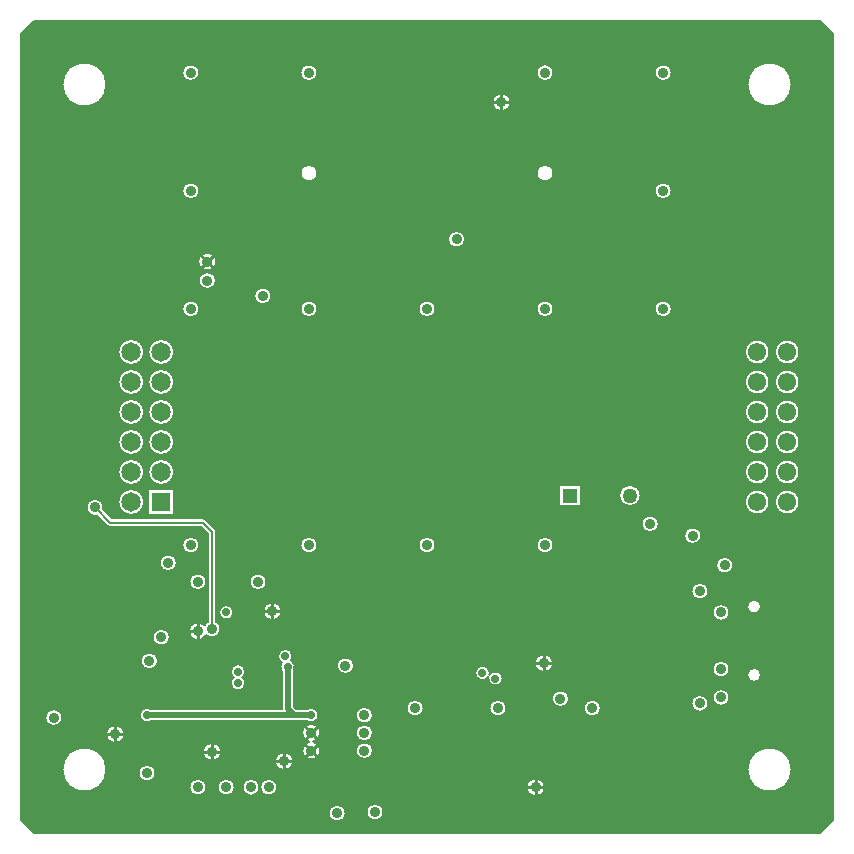
<source format=gbr>
G04 DesignSpark PCB PRO Gerber Version 10.0 Build 5299*
G04 #@! TF.Part,Single*
G04 #@! TF.FileFunction,Copper,L3,Inr*
G04 #@! TF.FilePolarity,Positive*
%FSLAX35Y35*%
%MOIN*%
G04 #@! TA.AperFunction,ComponentPad*
%ADD90R,0.05020X0.05020*%
%ADD72R,0.06496X0.06496*%
G04 #@! TD.AperFunction*
%ADD18C,0.00500*%
%ADD70C,0.00787*%
%ADD22C,0.01000*%
%ADD24C,0.01969*%
G04 #@! TA.AperFunction,ViaPad*
%ADD27C,0.02756*%
%ADD25C,0.03543*%
G04 #@! TA.AperFunction,ComponentPad*
%ADD91C,0.05020*%
%ADD29C,0.06102*%
%ADD73C,0.06496*%
G04 #@! TD.AperFunction*
X0Y0D02*
D02*
D18*
X14561Y269043D02*
Y7335D01*
X19002Y2894D01*
X280711D01*
X285152Y7335D01*
Y269043D01*
X280711Y273484D01*
X19002D01*
X14561Y269043D01*
X22638Y41339D02*
G75*
G02*
X28256I2809J0D01*
G01*
G75*
G02*
X22638I-2809J0D01*
G01*
X28346Y24016D02*
G75*
G02*
X43020I7337J0D01*
G01*
G75*
G02*
X28346I-7337J0D01*
G01*
Y252362D02*
G75*
G02*
X43020I7337J0D01*
G01*
G75*
G02*
X28346I-7337J0D01*
G01*
X79634Y73283D02*
G75*
G02*
X81012Y70866I-1431J-2417D01*
G01*
G75*
G02*
X76241Y68856I-2809J0D01*
G01*
G75*
G02*
X70457Y70079I-2763J1223D01*
G01*
G75*
G02*
X75695Y72132I3022J0D01*
G01*
G75*
G02*
X76772Y73283I2507J-1266D01*
G01*
Y102557D01*
X74460Y104868D01*
X44344D01*
G75*
G02*
X43331Y105289I0J1431D01*
G01*
X39924Y108696D01*
G75*
G02*
X36417Y111417I-697J2721D01*
G01*
G75*
G02*
X42035I2809J0D01*
G01*
G75*
G02*
X41948Y110720I-2809J0D01*
G01*
X44937Y107730D01*
X75053D01*
G75*
G02*
X76067Y107309I0J-1431D01*
G01*
X79213Y104163D01*
G75*
G02*
X79634Y103150I-1010J-1014D01*
G01*
Y73283D01*
X53740Y22835D02*
G75*
G02*
X59358I2809J0D01*
G01*
G75*
G02*
X53740I-2809J0D01*
G01*
X109952Y44148D02*
G75*
G02*
X113689Y42126I1322J-2022D01*
G01*
G75*
G02*
X109952Y40104I-2415J0D01*
G01*
X57871D01*
G75*
G02*
X54134Y42126I-1322J2022D01*
G01*
G75*
G02*
X57871Y44148I2415J0D01*
G01*
X101378D01*
Y56946D01*
G75*
G02*
X101450Y59694I2022J1322D01*
G01*
G75*
G02*
X100197Y61811I1162J2117D01*
G01*
G75*
G02*
X105028I2415J0D01*
G01*
G75*
G02*
X104562Y60385I-2415J0D01*
G01*
G75*
G02*
X105421Y56946I-1162J-2117D01*
G01*
Y44932D01*
X106206Y44148D01*
X109952D01*
X108252Y36220D02*
G75*
G02*
X114295I3022J0D01*
G01*
G75*
G02*
X111915Y33268I-3022J0D01*
G01*
G75*
G02*
X114295Y30315I-642J-2953D01*
G01*
G75*
G02*
X108252I-3022J0D01*
G01*
G75*
G02*
X110632Y33268I3022J0D01*
G01*
G75*
G02*
X108252Y36220I642J2953D01*
G01*
X70669Y18110D02*
G75*
G02*
X76287I2809J0D01*
G01*
G75*
G02*
X70669I-2809J0D01*
G01*
X75181Y29921D02*
G75*
G02*
X81224I3022J0D01*
G01*
G75*
G02*
X75181I-3022J0D01*
G01*
X80118Y18110D02*
G75*
G02*
X85736I2809J0D01*
G01*
G75*
G02*
X80118I-2809J0D01*
G01*
X88386D02*
G75*
G02*
X94004I2809J0D01*
G01*
G75*
G02*
X88386I-2809J0D01*
G01*
X94291D02*
G75*
G02*
X99909I2809J0D01*
G01*
G75*
G02*
X94291I-2809J0D01*
G01*
X99197Y26772D02*
G75*
G02*
X105240I3022J0D01*
G01*
G75*
G02*
X99197I-3022J0D01*
G01*
X54528Y60236D02*
G75*
G02*
X60146I2809J0D01*
G01*
G75*
G02*
X54528I-2809J0D01*
G01*
X58465Y68110D02*
G75*
G02*
X64083I2809J0D01*
G01*
G75*
G02*
X58465I-2809J0D01*
G01*
X60827Y92913D02*
G75*
G02*
X66445I2809J0D01*
G01*
G75*
G02*
X60827I-2809J0D01*
G01*
X68307Y98819D02*
G75*
G02*
X73925I2809J0D01*
G01*
G75*
G02*
X68307I-2809J0D01*
G01*
X70669Y86614D02*
G75*
G02*
X76287I2809J0D01*
G01*
G75*
G02*
X70669I-2809J0D01*
G01*
X42898Y35827D02*
G75*
G02*
X48941I3022J0D01*
G01*
G75*
G02*
X42898I-3022J0D01*
G01*
X46988Y113189D02*
G75*
G02*
X55559I4285J0D01*
G01*
G75*
G02*
X46988I-4285J0D01*
G01*
Y123189D02*
G75*
G02*
X55559I4285J0D01*
G01*
G75*
G02*
X46988I-4285J0D01*
G01*
Y133189D02*
G75*
G02*
X55559I4285J0D01*
G01*
G75*
G02*
X46988I-4285J0D01*
G01*
Y143189D02*
G75*
G02*
X55559I4285J0D01*
G01*
G75*
G02*
X46988I-4285J0D01*
G01*
Y153189D02*
G75*
G02*
X55559I4285J0D01*
G01*
G75*
G02*
X46988I-4285J0D01*
G01*
Y163189D02*
G75*
G02*
X55559I4285J0D01*
G01*
G75*
G02*
X46988I-4285J0D01*
G01*
X56988Y117474D02*
X65559D01*
Y108904D01*
X56988D01*
Y117474D01*
Y123189D02*
G75*
G02*
X65559I4285J0D01*
G01*
G75*
G02*
X56988I-4285J0D01*
G01*
Y133189D02*
G75*
G02*
X65559I4285J0D01*
G01*
G75*
G02*
X56988I-4285J0D01*
G01*
Y143189D02*
G75*
G02*
X65559I4285J0D01*
G01*
G75*
G02*
X56988I-4285J0D01*
G01*
Y153189D02*
G75*
G02*
X65559I4285J0D01*
G01*
G75*
G02*
X56988I-4285J0D01*
G01*
Y163189D02*
G75*
G02*
X65559I4285J0D01*
G01*
G75*
G02*
X56988I-4285J0D01*
G01*
X68307Y177559D02*
G75*
G02*
X73925I2809J0D01*
G01*
G75*
G02*
X68307I-2809J0D01*
G01*
Y216929D02*
G75*
G02*
X73925I2809J0D01*
G01*
G75*
G02*
X68307I-2809J0D01*
G01*
X73606Y193307D02*
G75*
G02*
X79650I3022J0D01*
G01*
G75*
G02*
X73606I-3022J0D01*
G01*
X73819Y187008D02*
G75*
G02*
X79437I2809J0D01*
G01*
G75*
G02*
X73819I-2809J0D01*
G01*
X68307Y256299D02*
G75*
G02*
X73925I2809J0D01*
G01*
G75*
G02*
X68307I-2809J0D01*
G01*
X80512Y76378D02*
G75*
G02*
X85343I2415J0D01*
G01*
G75*
G02*
X80512I-2415J0D01*
G01*
X84449Y56693D02*
G75*
G02*
X89280I2415J0D01*
G01*
G75*
G02*
X88264Y54724I-2415J0D01*
G01*
G75*
G02*
X89280Y52756I-1400J-1969D01*
G01*
G75*
G02*
X84449I-2415J0D01*
G01*
G75*
G02*
X85465Y54724I2415J0D01*
G01*
G75*
G02*
X84449Y56693I1400J1969D01*
G01*
X90748Y86614D02*
G75*
G02*
X96366I2809J0D01*
G01*
G75*
G02*
X90748I-2809J0D01*
G01*
X95260Y76772D02*
G75*
G02*
X101303I3022J0D01*
G01*
G75*
G02*
X95260I-3022J0D01*
G01*
X92323Y181890D02*
G75*
G02*
X97941I2809J0D01*
G01*
G75*
G02*
X92323I-2809J0D01*
G01*
X107677Y98819D02*
G75*
G02*
X113295I2809J0D01*
G01*
G75*
G02*
X107677I-2809J0D01*
G01*
Y177559D02*
G75*
G02*
X113295I2809J0D01*
G01*
G75*
G02*
X107677I-2809J0D01*
G01*
Y222835D02*
G75*
G02*
X113295I2809J0D01*
G01*
G75*
G02*
X107677I-2809J0D01*
G01*
Y256299D02*
G75*
G02*
X113295I2809J0D01*
G01*
G75*
G02*
X107677I-2809J0D01*
G01*
X117126Y9449D02*
G75*
G02*
X122744I2809J0D01*
G01*
G75*
G02*
X117126I-2809J0D01*
G01*
X119882Y58661D02*
G75*
G02*
X125500I2809J0D01*
G01*
G75*
G02*
X119882I-2809J0D01*
G01*
X126181Y30315D02*
G75*
G02*
X131799I2809J0D01*
G01*
G75*
G02*
X126181I-2809J0D01*
G01*
X129724Y9843D02*
G75*
G02*
X135343I2809J0D01*
G01*
G75*
G02*
X129724I-2809J0D01*
G01*
X126181Y36220D02*
G75*
G02*
X131799I2809J0D01*
G01*
G75*
G02*
X126181I-2809J0D01*
G01*
Y42126D02*
G75*
G02*
X131799I2809J0D01*
G01*
G75*
G02*
X126181I-2809J0D01*
G01*
X143110Y44488D02*
G75*
G02*
X148728I2809J0D01*
G01*
G75*
G02*
X143110I-2809J0D01*
G01*
X147047Y98819D02*
G75*
G02*
X152665I2809J0D01*
G01*
G75*
G02*
X147047I-2809J0D01*
G01*
Y177559D02*
G75*
G02*
X152665I2809J0D01*
G01*
G75*
G02*
X147047I-2809J0D01*
G01*
X156890Y200787D02*
G75*
G02*
X162508I2809J0D01*
G01*
G75*
G02*
X156890I-2809J0D01*
G01*
X170699Y55697D02*
G75*
G02*
X175106Y54331I1992J-1367D01*
G01*
G75*
G02*
X170276I-2415J0D01*
G01*
G75*
G02*
X170352Y54933I2416J-1D01*
G01*
G75*
G02*
X165945Y56299I-1992J1367D01*
G01*
G75*
G02*
X170776I2415J0D01*
G01*
G75*
G02*
X170699Y55697I-2416J1D01*
G01*
X170669Y44488D02*
G75*
G02*
X176287I2809J0D01*
G01*
G75*
G02*
X170669I-2809J0D01*
G01*
X171638Y246457D02*
G75*
G02*
X177681I3022J0D01*
G01*
G75*
G02*
X171638I-3022J0D01*
G01*
X183055Y18110D02*
G75*
G02*
X189098I3022J0D01*
G01*
G75*
G02*
X183055I-3022J0D01*
G01*
X185811Y59449D02*
G75*
G02*
X191854I3022J0D01*
G01*
G75*
G02*
X185811I-3022J0D01*
G01*
X191535Y47638D02*
G75*
G02*
X197154I2809J0D01*
G01*
G75*
G02*
X191535I-2809J0D01*
G01*
X186417Y98819D02*
G75*
G02*
X192035I2809J0D01*
G01*
G75*
G02*
X186417I-2809J0D01*
G01*
Y177559D02*
G75*
G02*
X192035I2809J0D01*
G01*
G75*
G02*
X186417I-2809J0D01*
G01*
Y222835D02*
G75*
G02*
X192035I2809J0D01*
G01*
G75*
G02*
X186417I-2809J0D01*
G01*
Y256299D02*
G75*
G02*
X192035I2809J0D01*
G01*
G75*
G02*
X186417I-2809J0D01*
G01*
X193947Y118902D02*
X201041D01*
Y111807D01*
X193947D01*
Y118902D01*
X202165Y44488D02*
G75*
G02*
X207783I2809J0D01*
G01*
G75*
G02*
X202165I-2809J0D01*
G01*
X213947Y115354D02*
G75*
G02*
X221041I3547J0D01*
G01*
G75*
G02*
X213947I-3547J0D01*
G01*
X221457Y105906D02*
G75*
G02*
X227075I2809J0D01*
G01*
G75*
G02*
X221457I-2809J0D01*
G01*
X225787Y177559D02*
G75*
G02*
X231406I2809J0D01*
G01*
G75*
G02*
X225787I-2809J0D01*
G01*
Y216929D02*
G75*
G02*
X231406I2809J0D01*
G01*
G75*
G02*
X225787I-2809J0D01*
G01*
Y256299D02*
G75*
G02*
X231406I2809J0D01*
G01*
G75*
G02*
X225787I-2809J0D01*
G01*
X235630Y101969D02*
G75*
G02*
X241248I2809J0D01*
G01*
G75*
G02*
X235630I-2809J0D01*
G01*
X237992Y46063D02*
G75*
G02*
X243610I2809J0D01*
G01*
G75*
G02*
X237992I-2809J0D01*
G01*
Y83465D02*
G75*
G02*
X243610I2809J0D01*
G01*
G75*
G02*
X237992I-2809J0D01*
G01*
X245079Y48031D02*
G75*
G02*
X250697I2809J0D01*
G01*
G75*
G02*
X245079I-2809J0D01*
G01*
Y57480D02*
G75*
G02*
X250697I2809J0D01*
G01*
G75*
G02*
X245079I-2809J0D01*
G01*
Y76378D02*
G75*
G02*
X250697I2809J0D01*
G01*
G75*
G02*
X245079I-2809J0D01*
G01*
X246260Y92126D02*
G75*
G02*
X251878I2809J0D01*
G01*
G75*
G02*
X246260I-2809J0D01*
G01*
X255846Y113189D02*
G75*
G02*
X264024I4089J0D01*
G01*
G75*
G02*
X255846I-4089J0D01*
G01*
X256583Y55551D02*
G75*
G02*
X261217I2317J0D01*
G01*
G75*
G02*
X256583I-2317J0D01*
G01*
X256693Y24016D02*
G75*
G02*
X271366I7337J0D01*
G01*
G75*
G02*
X256693I-7337J0D01*
G01*
X256583Y78307D02*
G75*
G02*
X261217I2317J0D01*
G01*
G75*
G02*
X256583I-2317J0D01*
G01*
X255846Y123189D02*
G75*
G02*
X264024I4089J0D01*
G01*
G75*
G02*
X255846I-4089J0D01*
G01*
Y133189D02*
G75*
G02*
X264024I4089J0D01*
G01*
G75*
G02*
X255846I-4089J0D01*
G01*
Y143189D02*
G75*
G02*
X264024I4089J0D01*
G01*
G75*
G02*
X255846I-4089J0D01*
G01*
Y153189D02*
G75*
G02*
X264024I4089J0D01*
G01*
G75*
G02*
X255846I-4089J0D01*
G01*
Y163189D02*
G75*
G02*
X264024I4089J0D01*
G01*
G75*
G02*
X255846I-4089J0D01*
G01*
X256693Y252362D02*
G75*
G02*
X271366I7337J0D01*
G01*
G75*
G02*
X256693I-7337J0D01*
G01*
X265846Y113189D02*
G75*
G02*
X274024I4089J0D01*
G01*
G75*
G02*
X265846I-4089J0D01*
G01*
Y123189D02*
G75*
G02*
X274024I4089J0D01*
G01*
G75*
G02*
X265846I-4089J0D01*
G01*
Y133189D02*
G75*
G02*
X274024I4089J0D01*
G01*
G75*
G02*
X265846I-4089J0D01*
G01*
Y143189D02*
G75*
G02*
X274024I4089J0D01*
G01*
G75*
G02*
X265846I-4089J0D01*
G01*
Y153189D02*
G75*
G02*
X274024I4089J0D01*
G01*
G75*
G02*
X265846I-4089J0D01*
G01*
Y163189D02*
G75*
G02*
X274024I4089J0D01*
G01*
G75*
G02*
X265846I-4089J0D01*
G01*
X14811Y9449D02*
G36*
X14811Y9449D02*
Y7085D01*
X18752Y3144D01*
X280961D01*
X284902Y7085D01*
Y9449D01*
X135315D01*
G75*
G02*
X129752I-2781J394D01*
G01*
X122744D01*
G75*
G02*
X117126I-2809J0D01*
G01*
X14811D01*
G37*
Y18110D02*
G36*
X14811Y18110D02*
Y9449D01*
X117126D01*
G75*
G02*
X122744I2809J0D01*
G01*
X129752D01*
G75*
G02*
X129724Y9843I2781J393D01*
G01*
G75*
G02*
X135343I2809J0D01*
G01*
G75*
G02*
X135315Y9449I-2809J-1D01*
G01*
X284902D01*
Y18110D01*
X268383D01*
G75*
G02*
X259676I-4353J5906D01*
G01*
X189098D01*
G75*
G02*
X183055I-3022J0D01*
G01*
X99909D01*
G75*
G02*
X94291I-2809J0D01*
G01*
X94004D01*
G75*
G02*
X88386I-2809J0D01*
G01*
X85736D01*
G75*
G02*
X80118I-2809J0D01*
G01*
X76287D01*
G75*
G02*
X70669I-2809J0D01*
G01*
X40036D01*
G75*
G02*
X31330I-4353J5906D01*
G01*
X14811D01*
G37*
Y24016D02*
G36*
X14811Y24016D02*
Y18110D01*
X31330D01*
G75*
G02*
X28346Y24016I4353J5906D01*
G01*
X14811D01*
G37*
X43020D02*
G36*
X43020Y24016D02*
G75*
G02*
X40036Y18110I-7337J0D01*
G01*
X70669D01*
G75*
G02*
X76287I2809J0D01*
G01*
X80118D01*
G75*
G02*
X85736I2809J0D01*
G01*
X88386D01*
G75*
G02*
X94004I2809J0D01*
G01*
X94291D01*
G75*
G02*
X99909I2809J0D01*
G01*
X183055D01*
G75*
G02*
X189098I3022J0D01*
G01*
X259676D01*
G75*
G02*
X256693Y24016I4353J5906D01*
G01*
X103457D01*
G75*
G02*
X100980I-1239J2756D01*
G01*
X59098D01*
G75*
G02*
X59358Y22835I-2549J-1181D01*
G01*
G75*
G02*
X53740I-2809J0D01*
G01*
G75*
G02*
X54000Y24016I2809J0D01*
G01*
X43020D01*
G37*
X271366D02*
G36*
X271366Y24016D02*
G75*
G02*
X268383Y18110I-7337J0D01*
G01*
X284902D01*
Y24016D01*
X271366D01*
G37*
X14811Y29921D02*
G36*
X14811Y29921D02*
Y24016D01*
X28346D01*
G75*
G02*
X31330Y29921I7337J0D01*
G01*
X14811D01*
G37*
X40036D02*
G36*
X40036Y29921D02*
G75*
G02*
X43020Y24016I-4353J-5906D01*
G01*
X54000D01*
G75*
G02*
X59098I2549J-1181D01*
G01*
X100980D01*
G75*
G02*
X99197Y26772I1239J2756D01*
G01*
G75*
G02*
X105240I3022J0D01*
G01*
G75*
G02*
X103457Y24016I-3022J0D01*
G01*
X256693D01*
G75*
G02*
X259676Y29921I7337J0D01*
G01*
X131772D01*
G75*
G02*
X126209I-2781J394D01*
G01*
X114270D01*
G75*
G02*
X108278I-2996J394D01*
G01*
X81224D01*
G75*
G02*
X75181I-3022J0D01*
G01*
X40036D01*
G37*
X268383D02*
G36*
X268383Y29921D02*
G75*
G02*
X271366Y24016I-4353J-5906D01*
G01*
X284902D01*
Y29921D01*
X268383D01*
G37*
X14811Y33268D02*
G36*
X14811Y33268D02*
Y29921D01*
X31330D01*
G75*
G02*
X40036I4353J-5906D01*
G01*
X75181D01*
G75*
G02*
X81224I3022J0D01*
G01*
X108278D01*
G75*
G02*
X108252Y30315I2996J393D01*
G01*
G75*
G02*
X110632Y33268I3022J0D01*
G01*
X47526D01*
G75*
G02*
X44313I-1607J2559D01*
G01*
X14811D01*
G37*
X114295Y30315D02*
G36*
X114295Y30315D02*
G75*
G02*
X114270Y29921I-3022J-1D01*
G01*
X126209D01*
G75*
G02*
X126181Y30315I2781J393D01*
G01*
G75*
G02*
X131799I2809J0D01*
G01*
G75*
G02*
X131772Y29921I-2809J-1D01*
G01*
X259676D01*
G75*
G02*
X268383I4353J-5906D01*
G01*
X284902D01*
Y33268D01*
X111915D01*
G75*
G02*
X114295Y30316I-641J-2952D01*
G01*
G75*
G02*
Y30315I-3470J0D01*
G01*
G37*
X14811Y36220D02*
G36*
X14811Y36220D02*
Y33268D01*
X44313D01*
G75*
G02*
X42898Y35827I1607J2559D01*
G01*
G75*
G02*
X42923Y36220I3022J1D01*
G01*
X14811D01*
G37*
X48941Y35827D02*
G36*
X48941Y35827D02*
G75*
G02*
X47526Y33268I-3022J0D01*
G01*
X110632D01*
G75*
G02*
X108252Y36220I641J2952D01*
G01*
X48915Y36220D01*
G75*
G02*
X48941Y35827I-2996J-393D01*
G01*
G37*
X114295Y36220D02*
G36*
X114295Y36220D02*
G75*
G02*
X111915Y33268I-3022J0D01*
G01*
X284902D01*
Y36220D01*
X131799D01*
G75*
G02*
X126181I-2809J0D01*
G01*
X114295D01*
G37*
X14811Y41339D02*
G36*
X14811Y41339D02*
Y36220D01*
X42923D01*
G75*
G02*
X48915I2996J-394D01*
G01*
X108252D01*
G75*
G02*
X114295I3022J0D01*
G01*
X126181D01*
G75*
G02*
X131799I2809J0D01*
G01*
X284902D01*
Y41339D01*
X131687D01*
G75*
G02*
X126294I-2696J787D01*
G01*
X113557D01*
G75*
G02*
X109952Y40104I-2283J787D01*
G01*
X57871D01*
G75*
G02*
X54266Y41339I-1322J2022D01*
G01*
X28256D01*
G75*
G02*
X22638I-2809J0D01*
G01*
X14811D01*
G37*
Y44488D02*
G36*
X14811Y44488D02*
Y41339D01*
X22638D01*
G75*
G02*
X28256I2809J0D01*
G01*
X54266D01*
G75*
G02*
X54134Y42126I2283J787D01*
G01*
G75*
G02*
X56045Y44488I2415J0D01*
G01*
X14811D01*
G37*
X57053D02*
G36*
X57053Y44488D02*
G75*
G02*
X57871Y44148I-504J-2362D01*
G01*
X101378D01*
Y44488D01*
X57053D01*
G37*
X105865D02*
G36*
X105865Y44488D02*
X106206Y44148D01*
X109952D01*
G75*
G02*
X110770Y44488I1322J-2021D01*
G01*
X105865D01*
G37*
X113689Y42126D02*
G36*
X113689Y42126D02*
G75*
G02*
X113557Y41339I-2415J0D01*
G01*
X126294D01*
G75*
G02*
X126181Y42126I2696J787D01*
G01*
G75*
G02*
X127470Y44488I2809J0D01*
G01*
X111778D01*
G75*
G02*
X113689Y42126I-504J-2362D01*
G01*
G37*
X131799D02*
G36*
X131799Y42126D02*
G75*
G02*
X131687Y41339I-2809J0D01*
G01*
X284902D01*
Y44488D01*
X243127D01*
G75*
G02*
X238475I-2326J1575D01*
G01*
X207783D01*
G75*
G02*
X202165I-2809J0D01*
G01*
X176287D01*
G75*
G02*
X170669I-2809J0D01*
G01*
X148728D01*
G75*
G02*
X143110I-2809J0D01*
G01*
X130510D01*
G75*
G02*
X131799Y42126I-1520J-2362D01*
G01*
G37*
X14811Y47638D02*
G36*
X14811Y47638D02*
Y44488D01*
X56045D01*
G75*
G02*
X57053I504J-2363D01*
G01*
X101378D01*
Y47638D01*
X14811D01*
G37*
X105421D02*
G36*
X105421Y47638D02*
Y44932D01*
X105865Y44488D01*
X110770D01*
G75*
G02*
X111778I504J-2363D01*
G01*
X127470D01*
G75*
G02*
X130510I1520J-2362D01*
G01*
X143110D01*
G75*
G02*
X148728I2809J0D01*
G01*
X170669D01*
G75*
G02*
X176287I2809J0D01*
G01*
X202165D01*
G75*
G02*
X207783I2809J0D01*
G01*
X238475D01*
G75*
G02*
X237992Y46063I2326J1575D01*
G01*
G75*
G02*
X238475Y47638I2809J0D01*
G01*
X197154D01*
G75*
G02*
X191535I-2809J0D01*
G01*
X105421D01*
G37*
X243610Y46063D02*
G36*
X243610Y46063D02*
G75*
G02*
X243127Y44488I-2809J0D01*
G01*
X284902D01*
Y47638D01*
X250669D01*
G75*
G02*
X245106I-2781J394D01*
G01*
X243127D01*
G75*
G02*
X243610Y46063I-2326J-1575D01*
G01*
G37*
X14811Y54724D02*
G36*
X14811Y54724D02*
Y47638D01*
X101378D01*
Y54724D01*
X88264D01*
G75*
G02*
X89280Y52756I-1400J-1969D01*
G01*
G75*
G02*
X84449I-2415J0D01*
G01*
G75*
G02*
X85465Y54724I2416J0D01*
G01*
X14811D01*
G37*
X105421D02*
G36*
X105421Y54724D02*
Y47638D01*
X191535D01*
G75*
G02*
X197154I2809J0D01*
G01*
X238475D01*
G75*
G02*
X243127I2326J-1575D01*
G01*
X245106D01*
G75*
G02*
X245079Y48031I2781J393D01*
G01*
G75*
G02*
X250697I2809J0D01*
G01*
G75*
G02*
X250669Y47638I-2809J-1D01*
G01*
X284902D01*
Y54724D01*
X261064D01*
G75*
G02*
X256735I-2165J827D01*
G01*
X248431D01*
G75*
G02*
X247344I-544J2755D01*
G01*
X175074D01*
G75*
G02*
X175106Y54331I-2383J-394D01*
G01*
G75*
G02*
X170276I-2415J0D01*
G01*
G75*
G02*
X170308Y54724I2423J0D01*
G01*
X170192D01*
G75*
G02*
X166529I-1831J1575D01*
G01*
X105421D01*
G37*
X14811Y57480D02*
G36*
X14811Y57480D02*
Y54724D01*
X85465D01*
G75*
G02*
X84449Y56693I1400J1969D01*
G01*
G75*
G02*
X84581Y57480I2415J0D01*
G01*
X57880D01*
G75*
G02*
X56793I-544J2755D01*
G01*
X14811D01*
G37*
X89280Y56693D02*
G36*
X89280Y56693D02*
G75*
G02*
X88264Y54724I-2416J0D01*
G01*
X101378D01*
Y56946D01*
G75*
G02*
X101116Y57480I2022J1322D01*
G01*
X89148D01*
G75*
G02*
X89280Y56693I-2283J-787D01*
G01*
G37*
X105421Y56946D02*
G36*
X105421Y56946D02*
Y54724D01*
X166529D01*
G75*
G02*
X165945Y56299I1831J1575D01*
G01*
G75*
G02*
X166254Y57480I2415J0D01*
G01*
X125240D01*
G75*
G02*
X120142I-2549J1181D01*
G01*
X105683D01*
G75*
G02*
X105421Y56946I-2283J788D01*
G01*
G37*
X170192Y54724D02*
G36*
X170192Y54724D02*
X170308D01*
G75*
G02*
X170352Y54933I2391J-397D01*
G01*
G75*
G02*
X170192Y54724I-1992J1367D01*
G01*
G37*
X170776Y56299D02*
G36*
X170776Y56299D02*
G75*
G02*
X170699Y55697I-2423J2D01*
G01*
G75*
G02*
X175074Y54724I1992J-1367D01*
G01*
X247344D01*
G75*
G02*
X245079Y57480I544J2756D01*
G01*
X191125D01*
G75*
G02*
X186540I-2293J1969D01*
G01*
X170467D01*
G75*
G02*
X170776Y56299I-2107J-1181D01*
G01*
G37*
X250697Y57480D02*
G36*
X250697Y57480D02*
G75*
G02*
X248431Y54724I-2809J0D01*
G01*
X256735D01*
G75*
G02*
X256583Y55551I2165J826D01*
G01*
G75*
G02*
X257617Y57480I2317J0D01*
G01*
X250697D01*
G37*
X261217Y55551D02*
G36*
X261217Y55551D02*
G75*
G02*
X261064Y54724I-2317J0D01*
G01*
X284902D01*
Y57480D01*
X260183D01*
G75*
G02*
X261217Y55551I-1283J-1929D01*
G01*
G37*
X14811Y60236D02*
G36*
X14811Y60236D02*
Y57480D01*
X56793D01*
G75*
G02*
X54528Y60236I544J2756D01*
G01*
X14811D01*
G37*
X60146D02*
G36*
X60146Y60236D02*
G75*
G02*
X57880Y57480I-2809J0D01*
G01*
X84581D01*
G75*
G02*
X89148I2283J-787D01*
G01*
X101116D01*
G75*
G02*
X100984Y58268I2283J787D01*
G01*
G75*
G02*
X101450Y59694I2415J0D01*
G01*
G75*
G02*
X100781Y60236I1161J2117D01*
G01*
X60146D01*
G37*
X105815Y58268D02*
G36*
X105815Y58268D02*
G75*
G02*
X105683Y57480I-2415J0D01*
G01*
X120142D01*
G75*
G02*
X119882Y58661I2549J1181D01*
G01*
G75*
G02*
X120365Y60236I2809J0D01*
G01*
X104799D01*
G75*
G02*
X105815Y58268I-1400J-1969D01*
G01*
G37*
X125500Y58661D02*
G36*
X125500Y58661D02*
G75*
G02*
X125240Y57480I-2809J0D01*
G01*
X166254D01*
G75*
G02*
X170467I2107J-1181D01*
G01*
X186540D01*
G75*
G02*
X185811Y59449I2293J1969D01*
G01*
G75*
G02*
X185915Y60236I3022J0D01*
G01*
X125017D01*
G75*
G02*
X125500Y58661I-2326J-1575D01*
G01*
G37*
X191854Y59449D02*
G36*
X191854Y59449D02*
G75*
G02*
X191125Y57480I-3022J0D01*
G01*
X245079D01*
G75*
G02*
X247344Y60236I2809J0D01*
G01*
X191750D01*
G75*
G02*
X191854Y59449I-2917J-787D01*
G01*
G37*
X248431Y60236D02*
G36*
X248431Y60236D02*
G75*
G02*
X250697Y57480I-544J-2756D01*
G01*
X257617D01*
G75*
G02*
X260183I1283J-1929D01*
G01*
X284902D01*
Y60236D01*
X248431D01*
G37*
X14811Y68110D02*
G36*
X14811Y68110D02*
Y60236D01*
X54528D01*
G75*
G02*
X60146I2809J0D01*
G01*
X100781D01*
G75*
G02*
X100197Y61810I1830J1574D01*
G01*
G75*
G02*
Y61811I2820J0D01*
G01*
G75*
G02*
X105028I2415J0D01*
G01*
Y61811D01*
G75*
G02*
X104562Y60385I-2415J0D01*
G01*
G75*
G02*
X104799Y60236I-1162J-2118D01*
G01*
X120365D01*
G75*
G02*
X125017I2326J-1575D01*
G01*
X185915D01*
G75*
G02*
X191750I2917J-787D01*
G01*
X247344D01*
G75*
G02*
X248431I544J-2755D01*
G01*
X284902D01*
Y68110D01*
X78745D01*
G75*
G02*
X77661I-542J2756D01*
G01*
X75771D01*
G75*
G02*
X71186I-2293J1969D01*
G01*
X64083D01*
G75*
G02*
X58465I-2809J0D01*
G01*
X14811D01*
G37*
Y76378D02*
G36*
X14811Y76378D02*
Y68110D01*
X58465D01*
G75*
G02*
X64083I2809J0D01*
G01*
X71186D01*
G75*
G02*
X70457Y70079I2293J1969D01*
G01*
G75*
G02*
X75695Y72132I3022J0D01*
G01*
G75*
G02*
X76772Y73283I2507J-1266D01*
G01*
Y76378D01*
X14811D01*
G37*
X76241Y68856D02*
G36*
X76241Y68856D02*
G75*
G02*
X75771Y68110I-2763J1223D01*
G01*
X77661D01*
G75*
G02*
X76241Y68856I542J2756D01*
G01*
G37*
X79634Y76378D02*
G36*
X79634Y76378D02*
Y73283D01*
G75*
G02*
X81012Y70867I-1430J-2417D01*
G01*
G75*
G02*
Y70866I-3007J0D01*
G01*
G75*
G02*
X78745Y68110I-2809J0D01*
G01*
X284902D01*
Y76378D01*
X260183D01*
G75*
G02*
X257617I-1283J1929D01*
G01*
X250697D01*
G75*
G02*
X245079I-2809J0D01*
G01*
X101278D01*
G75*
G02*
X95285I-2996J394D01*
G01*
X85343D01*
G75*
G02*
X80512I-2415J0D01*
G01*
X79634D01*
G37*
X14811Y83465D02*
G36*
X14811Y83465D02*
Y76378D01*
X76772D01*
Y83465D01*
X14811D01*
G37*
X79634D02*
G36*
X79634Y83465D02*
Y76378D01*
X80512D01*
G75*
G02*
X85343I2415J0D01*
G01*
X95285D01*
G75*
G02*
X95260Y76772I2996J393D01*
G01*
G75*
G02*
X101303I3022J0D01*
G01*
G75*
G02*
X101278Y76378I-3022J-1D01*
G01*
X245079D01*
G75*
G02*
X250697I2809J0D01*
G01*
X257617D01*
G75*
G02*
X256583Y78307I1283J1929D01*
G01*
G75*
G02*
X261217I2317J0D01*
G01*
G75*
G02*
X260183Y76378I-2317J0D01*
G01*
X284902D01*
Y83465D01*
X243610D01*
G75*
G02*
X237992I-2809J0D01*
G01*
X79634D01*
G37*
X14811Y86614D02*
G36*
X14811Y86614D02*
Y83465D01*
X76772D01*
Y86614D01*
X76287D01*
G75*
G02*
X70669I-2809J0D01*
G01*
X14811D01*
G37*
X79634D02*
G36*
X79634Y86614D02*
Y83465D01*
X237992D01*
G75*
G02*
X243610I2809J0D01*
G01*
X284902D01*
Y86614D01*
X96366D01*
G75*
G02*
X90748I-2809J0D01*
G01*
X79634D01*
G37*
X14811Y90642D02*
G36*
X14811Y90642D02*
Y86614D01*
X70669D01*
G75*
G02*
X76287I2809J0D01*
G01*
X76772D01*
Y90642D01*
X65288D01*
G75*
G02*
X61983I-1652J2272D01*
G01*
X14811D01*
G37*
X79634D02*
G36*
X79634Y90642D02*
Y86614D01*
X90748D01*
G75*
G02*
X96366I2809J0D01*
G01*
X284902D01*
Y90642D01*
X251454D01*
G75*
G02*
X246684I-2385J1484D01*
G01*
X79634D01*
G37*
X14811Y98819D02*
G36*
X14811Y98819D02*
Y90642D01*
X61983D01*
G75*
G02*
X60827Y92913I1652J2272D01*
G01*
G75*
G02*
X66445I2809J0D01*
G01*
G75*
G02*
X65288Y90642I-2809J0D01*
G01*
X76772D01*
Y98819D01*
X73925D01*
G75*
G02*
X68307I-2809J0D01*
G01*
X14811D01*
G37*
X79634D02*
G36*
X79634Y98819D02*
Y90642D01*
X246684D01*
G75*
G02*
X246260Y92126I2385J1484D01*
G01*
G75*
G02*
X251878I2809J0D01*
G01*
G75*
G02*
X251454Y90642I-2809J0D01*
G01*
X284902D01*
Y98819D01*
X192035D01*
G75*
G02*
X186417I-2809J0D01*
G01*
X152665D01*
G75*
G02*
X147047I-2809J0D01*
G01*
X113295D01*
G75*
G02*
X107677I-2809J0D01*
G01*
X79634D01*
G37*
X14811Y101969D02*
G36*
X14811Y101969D02*
Y98819D01*
X68307D01*
G75*
G02*
X73925I2809J0D01*
G01*
X76772D01*
Y101969D01*
X14811D01*
G37*
X79634D02*
G36*
X79634Y101969D02*
Y98819D01*
X107677D01*
G75*
G02*
X113295I2809J0D01*
G01*
X147047D01*
G75*
G02*
X152665I2809J0D01*
G01*
X186417D01*
G75*
G02*
X192035I2809J0D01*
G01*
X284902D01*
Y101969D01*
X241248D01*
G75*
G02*
X235630I-2809J0D01*
G01*
X79634D01*
G37*
X14811Y105906D02*
G36*
X14811Y105906D02*
Y101969D01*
X76772D01*
Y102557D01*
X74460Y104868D01*
X44344D01*
G75*
G02*
X43331Y105289I0J1430D01*
G01*
X42715Y105906D01*
X14811D01*
G37*
X77470D02*
G36*
X77470Y105906D02*
X79213Y104163D01*
G75*
G02*
X79634Y103150I-1009J-1013D01*
G01*
Y101969D01*
X235630D01*
G75*
G02*
X241248I2809J0D01*
G01*
X284902D01*
Y105906D01*
X227075D01*
G75*
G02*
X221457I-2809J0D01*
G01*
X77470D01*
G37*
X14811Y113189D02*
G36*
X14811Y113189D02*
Y105906D01*
X42715D01*
X39924Y108696D01*
G75*
G02*
X36417Y111417I-698J2721D01*
G01*
Y111417D01*
G75*
G02*
X37046Y113189I2809J0D01*
G01*
X14811D01*
G37*
X41406D02*
G36*
X41406Y113189D02*
G75*
G02*
X42035Y111417I-2180J-1772D01*
G01*
Y111417D01*
G75*
G02*
X41948Y110720I-2810J0D01*
G01*
X44937Y107730D01*
X75053D01*
G75*
G02*
X76067Y107309I0J-1430D01*
G01*
X77470Y105906D01*
X221457D01*
G75*
G02*
X227075I2809J0D01*
G01*
X284902D01*
Y113189D01*
X274024D01*
G75*
G02*
X265846I-4089J0D01*
G01*
X264024D01*
G75*
G02*
X255846I-4089J0D01*
G01*
X220304D01*
G75*
G02*
X214684I-2810J2165D01*
G01*
X201041D01*
Y111807D01*
X193947D01*
Y113189D01*
X65559D01*
Y108904D01*
X56988D01*
Y113189D01*
X55559D01*
G75*
G02*
X46988I-4285J0D01*
G01*
X41406D01*
G37*
X14811Y123189D02*
G36*
X14811Y123189D02*
Y113189D01*
X37046D01*
G75*
G02*
X41406I2180J-1772D01*
G01*
X46988D01*
G75*
G02*
X55559I4285J0D01*
G01*
X56988D01*
Y117474D01*
X65559D01*
Y113189D01*
X193947D01*
Y118902D01*
X201041D01*
Y113189D01*
X214684D01*
G75*
G02*
X213947Y115354I2810J2165D01*
G01*
G75*
G02*
X221041I3547J0D01*
G01*
G75*
G02*
X220304Y113189I-3547J0D01*
G01*
X255846D01*
G75*
G02*
X264024I4089J0D01*
G01*
X265846D01*
G75*
G02*
X274024I4089J0D01*
G01*
X284902D01*
Y123189D01*
X274024D01*
G75*
G02*
X265846I-4089J0D01*
G01*
X264024D01*
G75*
G02*
X255846I-4089J0D01*
G01*
X65559D01*
G75*
G02*
X56988I-4285J0D01*
G01*
X55559D01*
G75*
G02*
X46988I-4285J0D01*
G01*
X14811D01*
G37*
Y133189D02*
G36*
X14811Y133189D02*
Y123189D01*
X46988D01*
G75*
G02*
X55559I4285J0D01*
G01*
X56988D01*
G75*
G02*
X65559I4285J0D01*
G01*
X255846D01*
G75*
G02*
X264024I4089J0D01*
G01*
X265846D01*
G75*
G02*
X274024I4089J0D01*
G01*
X284902D01*
Y133189D01*
X274024D01*
G75*
G02*
X265846I-4089J0D01*
G01*
X264024D01*
G75*
G02*
X255846I-4089J0D01*
G01*
X65559D01*
G75*
G02*
X56988I-4285J0D01*
G01*
X55559D01*
G75*
G02*
X46988I-4285J0D01*
G01*
X14811D01*
G37*
Y143189D02*
G36*
X14811Y143189D02*
Y133189D01*
X46988D01*
G75*
G02*
X55559I4285J0D01*
G01*
X56988D01*
G75*
G02*
X65559I4285J0D01*
G01*
X255846D01*
G75*
G02*
X264024I4089J0D01*
G01*
X265846D01*
G75*
G02*
X274024I4089J0D01*
G01*
X284902D01*
Y143189D01*
X274024D01*
G75*
G02*
X265846I-4089J0D01*
G01*
X264024D01*
G75*
G02*
X255846I-4089J0D01*
G01*
X65559D01*
G75*
G02*
X56988I-4285J0D01*
G01*
X55559D01*
G75*
G02*
X46988I-4285J0D01*
G01*
X14811D01*
G37*
Y153189D02*
G36*
X14811Y153189D02*
Y143189D01*
X46988D01*
G75*
G02*
X55559I4285J0D01*
G01*
X56988D01*
G75*
G02*
X65559I4285J0D01*
G01*
X255846D01*
G75*
G02*
X264024I4089J0D01*
G01*
X265846D01*
G75*
G02*
X274024I4089J0D01*
G01*
X284902D01*
Y153189D01*
X274024D01*
G75*
G02*
X265846I-4089J0D01*
G01*
X264024D01*
G75*
G02*
X255846I-4089J0D01*
G01*
X65559D01*
G75*
G02*
X56988I-4285J0D01*
G01*
X55559D01*
G75*
G02*
X46988I-4285J0D01*
G01*
X14811D01*
G37*
Y163189D02*
G36*
X14811Y163189D02*
Y153189D01*
X46988D01*
G75*
G02*
X55559I4285J0D01*
G01*
X56988D01*
G75*
G02*
X65559I4285J0D01*
G01*
X255846D01*
G75*
G02*
X264024I4089J0D01*
G01*
X265846D01*
G75*
G02*
X274024I4089J0D01*
G01*
X284902D01*
Y163189D01*
X274024D01*
G75*
G02*
X265846I-4089J0D01*
G01*
X264024D01*
G75*
G02*
X255846I-4089J0D01*
G01*
X65559D01*
G75*
G02*
X56988I-4285J0D01*
G01*
X55559D01*
G75*
G02*
X46988I-4285J0D01*
G01*
X14811D01*
G37*
Y177559D02*
G36*
X14811Y177559D02*
Y163189D01*
X46988D01*
G75*
G02*
X55559I4285J0D01*
G01*
X56988D01*
G75*
G02*
X65559I4285J0D01*
G01*
X255846D01*
G75*
G02*
X264024I4089J0D01*
G01*
X265846D01*
G75*
G02*
X274024I4089J0D01*
G01*
X284902D01*
Y177559D01*
X231406D01*
G75*
G02*
X225787I-2809J0D01*
G01*
X192035D01*
G75*
G02*
X186417I-2809J0D01*
G01*
X152665D01*
G75*
G02*
X147047I-2809J0D01*
G01*
X113295D01*
G75*
G02*
X107677I-2809J0D01*
G01*
X73925D01*
G75*
G02*
X68307I-2809J0D01*
G01*
X14811D01*
G37*
Y181890D02*
G36*
X14811Y181890D02*
Y177559D01*
X68307D01*
G75*
G02*
X73925I2809J0D01*
G01*
X107677D01*
G75*
G02*
X113295I2809J0D01*
G01*
X147047D01*
G75*
G02*
X152665I2809J0D01*
G01*
X186417D01*
G75*
G02*
X192035I2809J0D01*
G01*
X225787D01*
G75*
G02*
X231406I2809J0D01*
G01*
X284902D01*
Y181890D01*
X97941D01*
G75*
G02*
X92323I-2809J0D01*
G01*
X14811D01*
G37*
Y187008D02*
G36*
X14811Y187008D02*
Y181890D01*
X92323D01*
G75*
G02*
X97941I2809J0D01*
G01*
X284902D01*
Y187008D01*
X79437D01*
G75*
G02*
X73819I-2809J0D01*
G01*
X14811D01*
G37*
Y193307D02*
G36*
X14811Y193307D02*
Y187008D01*
X73819D01*
G75*
G02*
X79437I2809J0D01*
G01*
X284902D01*
Y193307D01*
X79650D01*
G75*
G02*
X73606I-3022J0D01*
G01*
X14811D01*
G37*
Y200787D02*
G36*
X14811Y200787D02*
Y193307D01*
X73606D01*
G75*
G02*
X79650I3022J0D01*
G01*
X284902D01*
Y200787D01*
X162508D01*
G75*
G02*
X156890I-2809J0D01*
G01*
X14811D01*
G37*
Y216929D02*
G36*
X14811Y216929D02*
Y200787D01*
X156890D01*
G75*
G02*
X162508I2809J0D01*
G01*
X284902D01*
Y216929D01*
X231406D01*
G75*
G02*
X225787I-2809J0D01*
G01*
X73925D01*
G75*
G02*
X68307I-2809J0D01*
G01*
X14811D01*
G37*
Y222835D02*
G36*
X14811Y222835D02*
Y216929D01*
X68307D01*
G75*
G02*
X73925I2809J0D01*
G01*
X225787D01*
G75*
G02*
X231406I2809J0D01*
G01*
X284902D01*
Y222835D01*
X192035D01*
G75*
G02*
X186417I-2809J0D01*
G01*
X113295D01*
G75*
G02*
X107677I-2809J0D01*
G01*
X14811D01*
G37*
Y246457D02*
G36*
X14811Y246457D02*
Y222835D01*
X107677D01*
G75*
G02*
X113295I2809J0D01*
G01*
X186417D01*
G75*
G02*
X192035I2809J0D01*
G01*
X284902D01*
Y246457D01*
X268383D01*
G75*
G02*
X259676I-4353J5906D01*
G01*
X177681D01*
G75*
G02*
X171638I-3022J0D01*
G01*
X40036D01*
G75*
G02*
X31330I-4353J5906D01*
G01*
X14811D01*
G37*
Y252362D02*
G36*
X14811Y252362D02*
Y246457D01*
X31330D01*
G75*
G02*
X28346Y252362I4353J5906D01*
G01*
X14811D01*
G37*
X43020D02*
G36*
X43020Y252362D02*
G75*
G02*
X40036Y246457I-7337J0D01*
G01*
X171638D01*
G75*
G02*
X177681I3022J0D01*
G01*
X259676D01*
G75*
G02*
X256693Y252362I4353J5906D01*
G01*
X43020D01*
G37*
X271366D02*
G36*
X271366Y252362D02*
G75*
G02*
X268383Y246457I-7337J0D01*
G01*
X284902D01*
Y252362D01*
X271366D01*
G37*
X14811Y256299D02*
G36*
X14811Y256299D02*
Y252362D01*
X28346D01*
G75*
G02*
X29492Y256299I7337J0D01*
G01*
X14811D01*
G37*
X41874D02*
G36*
X41874Y256299D02*
G75*
G02*
X43020Y252362I-6191J-3937D01*
G01*
X256693D01*
G75*
G02*
X257839Y256299I7337J0D01*
G01*
X231406D01*
G75*
G02*
X225787I-2809J0D01*
G01*
X192035D01*
G75*
G02*
X186417I-2809J0D01*
G01*
X113295D01*
G75*
G02*
X107677I-2809J0D01*
G01*
X73925D01*
G75*
G02*
X68307I-2809J0D01*
G01*
X41874D01*
G37*
X270220D02*
G36*
X270220Y256299D02*
G75*
G02*
X271366Y252362I-6191J-3937D01*
G01*
X284902D01*
Y256299D01*
X270220D01*
G37*
X14811Y269293D02*
G36*
X14811Y269293D02*
Y256299D01*
X29492D01*
G75*
G02*
X41874I6191J-3937D01*
G01*
X68307D01*
G75*
G02*
X73925I2809J0D01*
G01*
X107677D01*
G75*
G02*
X113295I2809J0D01*
G01*
X186417D01*
G75*
G02*
X192035I2809J0D01*
G01*
X225787D01*
G75*
G02*
X231406I2809J0D01*
G01*
X257839D01*
G75*
G02*
X270220I6191J-3937D01*
G01*
X284902D01*
Y269293D01*
X280961Y273234D01*
X18752D01*
X14811Y269293D01*
G37*
D02*
D70*
X78203Y70866D02*
Y103150D01*
X75053Y106299D01*
X44344D01*
X39226Y111417D01*
D02*
D22*
X44648Y35827D02*
X42648D01*
X45919Y34555D02*
Y32555D01*
Y37098D02*
Y39098D01*
X47191Y35827D02*
X49191D01*
X72207Y70079D02*
X70207D01*
X73478Y68807D02*
Y66807D01*
Y71350D02*
Y73350D01*
X75729Y192408D02*
X74315Y190994D01*
X75729Y194206D02*
X74315Y195620D01*
X76931Y29921D02*
X74931D01*
X77527Y192408D02*
X78941Y190994D01*
X77527Y194206D02*
X78941Y195620D01*
X78203Y28650D02*
Y26650D01*
Y31193D02*
Y33193D01*
X79474Y29921D02*
X81474D01*
X97010Y76772D02*
X95010D01*
X98281Y75500D02*
Y73500D01*
Y78043D02*
Y80043D01*
X99553Y76772D02*
X101553D01*
X100947Y26772D02*
X98947D01*
X102219Y25500D02*
Y23500D01*
Y28043D02*
Y30043D01*
X103490Y26772D02*
X105490D01*
X110374Y29416D02*
X108960Y28002D01*
X110374Y31214D02*
X108960Y32628D01*
X110374Y35321D02*
X108960Y33907D01*
X110374Y37120D02*
X108960Y38534D01*
X112173Y29416D02*
X113587Y28002D01*
X112173Y31214D02*
X113587Y32628D01*
X112173Y35321D02*
X113587Y33907D01*
X112173Y37120D02*
X113587Y38534D01*
X173388Y246457D02*
X171388D01*
X174659Y245185D02*
Y243185D01*
Y247728D02*
Y249728D01*
X175931Y246457D02*
X177931D01*
X184805Y18110D02*
X182805D01*
X186077Y16839D02*
Y14839D01*
Y19382D02*
Y21382D01*
X187348Y18110D02*
X189348D01*
X187561Y59449D02*
X185561D01*
X188833Y58177D02*
Y56177D01*
Y60720D02*
Y62720D01*
X190104Y59449D02*
X192104D01*
D02*
D24*
X111274Y42126D02*
X56549D01*
X111274D02*
X105368D01*
X103400Y44094D01*
Y58268D01*
D02*
D25*
X25447Y41339D03*
X39226Y111417D03*
X45919Y35827D03*
X56549Y22835D03*
X57337Y60236D03*
X61274Y68110D03*
X63636Y92913D03*
X71116Y98819D03*
Y177559D03*
Y216929D03*
Y256299D03*
X73478Y18110D03*
Y70079D03*
Y86614D03*
X76628Y187008D03*
Y193307D03*
X78203Y29921D03*
Y70866D03*
X82927Y18110D03*
X91195D03*
X93557Y86614D03*
X95132Y181890D03*
X97100Y18110D03*
X98281Y76772D03*
X102219Y26772D03*
X110486Y98819D03*
Y177559D03*
Y232677D03*
Y256299D03*
X111274Y30315D03*
Y36220D03*
X119935Y9449D03*
X122691Y58661D03*
X128990Y30315D03*
Y36220D03*
Y42126D03*
X132533Y9843D03*
X145919Y44488D03*
X149856Y98819D03*
Y177559D03*
X159699Y200787D03*
X173478Y44488D03*
X174659Y246457D03*
X186077Y18110D03*
X188833Y59449D03*
X189226Y98819D03*
Y177559D03*
Y232677D03*
Y256299D03*
X194344Y47638D03*
X204974Y44488D03*
X224266Y105906D03*
X228596Y177559D03*
Y216929D03*
Y256299D03*
X238439Y101969D03*
X240801Y46063D03*
Y83465D03*
X247888Y48031D03*
Y57480D03*
Y76378D03*
X249069Y92126D03*
D02*
D27*
X56549Y42126D03*
X82927Y76378D03*
X86864Y52756D03*
Y56693D03*
X102612Y61811D03*
X103400Y58268D03*
X111274Y42126D03*
X168360Y56299D03*
X172691Y54331D03*
D02*
D29*
X259935Y113189D03*
Y123189D03*
Y133189D03*
Y143189D03*
Y153189D03*
Y163189D03*
X269935Y113189D03*
Y123189D03*
Y133189D03*
Y143189D03*
Y153189D03*
Y163189D03*
D02*
D72*
X61274Y113189D03*
D02*
D73*
X51274D03*
Y123189D03*
Y133189D03*
Y143189D03*
Y153189D03*
Y163189D03*
X61274Y123189D03*
Y133189D03*
Y143189D03*
Y153189D03*
Y163189D03*
D02*
D90*
X197494Y115354D03*
D02*
D91*
X207494D03*
X217494D03*
X0Y0D02*
M02*

</source>
